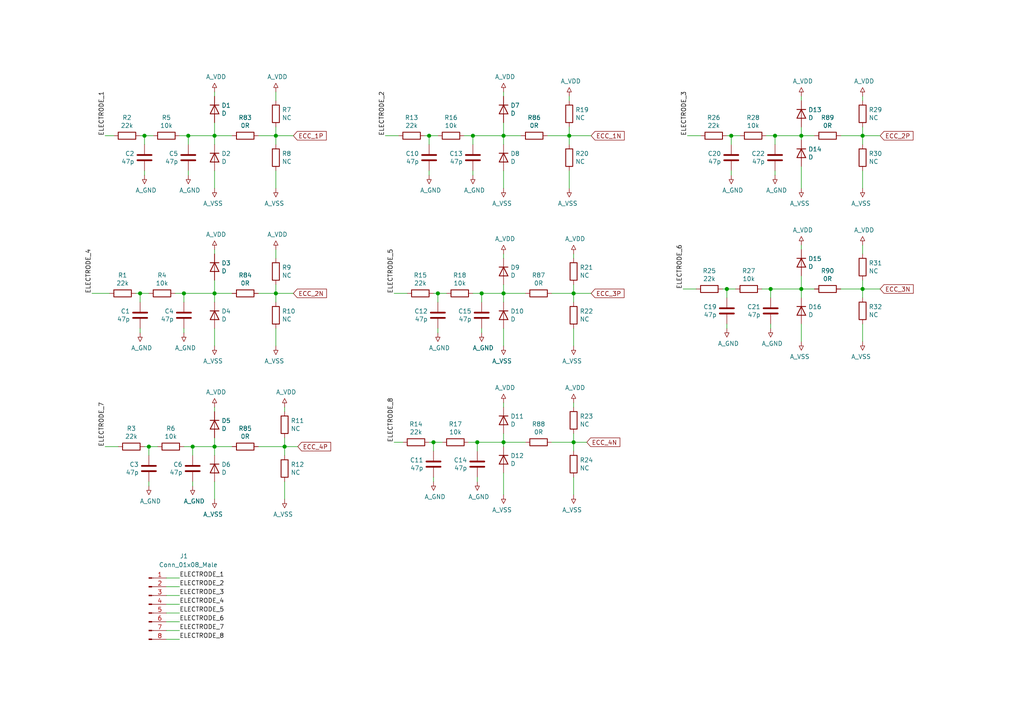
<source format=kicad_sch>
(kicad_sch (version 20210621) (generator eeschema)
  (paper "A4")
  (title_block (title "Input protection for body connected electrodes (part1)") (rev "1.0") (company "MIT License"))
  (lib_symbols
    (symbol "Connector:Conn_01x08_Male" (pin_names (offset 1.016) hide)
      (property "Reference" "J" (at 0 10.16 0))
      (property "Value" "Conn_01x08_Male" (at 0 -12.7 0))
      (symbol "Conn_01x08_Male_1_1"
        (rectangle (start 0.8636 -10.033) (end 0 -10.287) (stroke (width 0.1524)) (fill (type outline)))
        (rectangle (start 0.8636 -7.493) (end 0 -7.747) (stroke (width 0.1524)) (fill (type outline)))
        (rectangle (start 0.8636 -4.953) (end 0 -5.207) (stroke (width 0.1524)) (fill (type outline)))
        (rectangle (start 0.8636 -2.413) (end 0 -2.667) (stroke (width 0.1524)) (fill (type outline)))
        (rectangle (start 0.8636 0.127) (end 0 -0.127) (stroke (width 0.1524)) (fill (type outline)))
        (rectangle (start 0.8636 2.667) (end 0 2.413) (stroke (width 0.1524)) (fill (type outline)))
        (rectangle (start 0.8636 5.207) (end 0 4.953) (stroke (width 0.1524)) (fill (type outline)))
        (rectangle (start 0.8636 7.747) (end 0 7.493) (stroke (width 0.1524)) (fill (type outline)))
        (polyline (pts (xy 1.27 -10.16) (xy 0.8636 -10.16)) (stroke (width 0.1524)))
        (polyline (pts (xy 1.27 -7.62) (xy 0.8636 -7.62)) (stroke (width 0.1524)))
        (polyline (pts (xy 1.27 -5.08) (xy 0.8636 -5.08)) (stroke (width 0.1524)))
        (polyline (pts (xy 1.27 -2.54) (xy 0.8636 -2.54)) (stroke (width 0.1524)))
        (polyline (pts (xy 1.27 0) (xy 0.8636 0)) (stroke (width 0.1524)))
        (polyline (pts (xy 1.27 2.54) (xy 0.8636 2.54)) (stroke (width 0.1524)))
        (polyline (pts (xy 1.27 5.08) (xy 0.8636 5.08)) (stroke (width 0.1524)))
        (polyline (pts (xy 1.27 7.62) (xy 0.8636 7.62)) (stroke (width 0.1524)))
        (pin passive line (at 5.08 7.62 180) (length 3.81) (name "Pin_1") (number "1"))
        (pin passive line (at 5.08 5.08 180) (length 3.81) (name "Pin_2") (number "2"))
        (pin passive line (at 5.08 2.54 180) (length 3.81) (name "Pin_3") (number "3"))
        (pin passive line (at 5.08 0 180) (length 3.81) (name "Pin_4") (number "4"))
        (pin passive line (at 5.08 -2.54 180) (length 3.81) (name "Pin_5") (number "5"))
        (pin passive line (at 5.08 -5.08 180) (length 3.81) (name "Pin_6") (number "6"))
        (pin passive line (at 5.08 -7.62 180) (length 3.81) (name "Pin_7") (number "7"))
        (pin passive line (at 5.08 -10.16 180) (length 3.81) (name "Pin_8") (number "8"))
      )
    )
    (symbol "Device:C" (pin_numbers hide) (pin_names (offset 0.254))
      (property "Reference" "C" (at 0.635 2.54 0))
      (property "Value" "C" (at 0.635 -2.54 0))
      (symbol "C_0_1"
        (polyline (pts (xy -2.032 -0.762) (xy 2.032 -0.762)) (stroke (width 0.508)))
        (polyline (pts (xy -2.032 0.762) (xy 2.032 0.762)) (stroke (width 0.508)))
      )
      (symbol "C_1_1"
        (pin passive line (at 0 3.81 270) (length 2.794) (name "~") (number "1"))
        (pin passive line (at 0 -3.81 90) (length 2.794) (name "~") (number "2"))
      )
    )
    (symbol "Device:D" (pin_numbers hide) (pin_names (offset 1.016) hide)
      (property "Reference" "D" (at 0 2.54 0))
      (property "Value" "D" (at 0 -2.54 0))
      (symbol "D_0_1"
        (polyline (pts (xy -1.27 1.27) (xy -1.27 -1.27)) (stroke (width 0.254)))
        (polyline (pts (xy 1.27 0) (xy -1.27 0)))
        (polyline (pts (xy 1.27 1.27) (xy 1.27 -1.27) (xy -1.27 0) (xy 1.27 1.27)) (stroke (width 0.254)))
      )
      (symbol "D_1_1"
        (pin passive line (at -3.81 0 0) (length 2.54) (name "K") (number "1"))
        (pin passive line (at 3.81 0 180) (length 2.54) (name "A") (number "2"))
      )
    )
    (symbol "Device:R" (pin_numbers hide) (pin_names (offset 0))
      (property "Reference" "R" (at 2.032 0 90))
      (property "Value" "R" (at 0 0 90))
      (symbol "R_0_1"
        (rectangle (start -1.016 -2.54) (end 1.016 2.54) (stroke (width 0.254)))
      )
      (symbol "R_1_1"
        (pin passive line (at 0 3.81 270) (length 1.27) (name "~") (number "1"))
        (pin passive line (at 0 -3.81 90) (length 1.27) (name "~") (number "2"))
      )
    )
    (symbol "Electroencephalograph:A_GND" (pin_names (offset 0))
      (property "Value" "A_GND" (at 0 -3.81 0))
      (symbol "A_GND_1_1"
        (polyline (pts (xy 0 0) (xy 0 -1.27)))
        (polyline (pts (xy 0 -1.27) (xy -0.635 -1.27) (xy 0 -2.54) (xy 0.635 -1.27) (xy 0 -1.27)))
        (pin power_in line (at 0 0 270) (length 0) hide (name "A_GND") (number "1"))
      )
    )
    (symbol "Electroencephalograph:A_VDD" (pin_names (offset 0))
      (property "Value" "A_VDD" (at 0 3.81 0))
      (symbol "A_VDD_0_1"
        (polyline (pts (xy 0 1.27) (xy 0.635 1.27) (xy 0 2.54) (xy -0.635 1.27) (xy 0 1.27)))
      )
      (symbol "A_VDD_1_1"
        (polyline (pts (xy 0 0) (xy 0 1.27)))
        (pin power_in line (at 0 0 90) (length 0) hide (name "A_VDD") (number "1"))
      )
    )
    (symbol "Electroencephalograph:A_VSS" (pin_names (offset 0))
      (property "Value" "A_VSS" (at 0 3.175 0))
      (symbol "A_VSS_1_1"
        (polyline (pts (xy 0 0) (xy 0 1.27)))
        (polyline (pts (xy 0 1.27) (xy 0.635 1.27) (xy 0 2.54) (xy -0.635 1.27) (xy 0 1.27)))
        (pin power_in line (at 0 0 90) (length 0) hide (name "A_VSS") (number "1"))
      )
    )
  )
  (junction (at 40.64 85.09) (diameter 1.016))
  (junction (at 41.91 39.37) (diameter 1.016))
  (junction (at 43.18 129.54) (diameter 1.016))
  (junction (at 53.34 85.09) (diameter 1.016))
  (junction (at 54.61 39.37) (diameter 1.016))
  (junction (at 55.88 129.54) (diameter 1.016))
  (junction (at 62.23 39.37) (diameter 1.016))
  (junction (at 62.23 85.09) (diameter 1.016))
  (junction (at 62.23 129.54) (diameter 1.016))
  (junction (at 80.01 39.37) (diameter 1.016))
  (junction (at 80.01 85.09) (diameter 1.016))
  (junction (at 82.55 129.54) (diameter 1.016))
  (junction (at 124.46 39.37) (diameter 1.016))
  (junction (at 125.73 128.27) (diameter 1.016))
  (junction (at 127 85.09) (diameter 1.016))
  (junction (at 137.16 39.37) (diameter 1.016))
  (junction (at 138.43 128.27) (diameter 1.016))
  (junction (at 139.7 85.09) (diameter 1.016))
  (junction (at 146.05 39.37) (diameter 1.016))
  (junction (at 146.05 85.09) (diameter 1.016))
  (junction (at 146.05 128.27) (diameter 1.016))
  (junction (at 165.1 39.37) (diameter 1.016))
  (junction (at 166.37 85.09) (diameter 1.016))
  (junction (at 166.37 128.27) (diameter 1.016))
  (junction (at 210.82 83.82) (diameter 1.016))
  (junction (at 212.09 39.37) (diameter 1.016))
  (junction (at 223.52 83.82) (diameter 1.016))
  (junction (at 224.79 39.37) (diameter 1.016))
  (junction (at 232.41 39.37) (diameter 1.016))
  (junction (at 232.41 83.82) (diameter 1.016))
  (junction (at 250.19 39.37) (diameter 1.016))
  (junction (at 250.19 83.82) (diameter 1.016))
  (wire (pts (xy 31.75 85.09) (xy 26.67 85.09)))
  (wire (pts (xy 33.02 39.37) (xy 30.48 39.37)))
  (wire (pts (xy 34.29 129.54) (xy 30.48 129.54)))
  (wire (pts (xy 39.37 85.09) (xy 40.64 85.09)))
  (wire (pts (xy 40.64 39.37) (xy 41.91 39.37)))
  (wire (pts (xy 40.64 85.09) (xy 43.18 85.09)))
  (wire (pts (xy 40.64 87.63) (xy 40.64 85.09)))
  (wire (pts (xy 40.64 96.52) (xy 40.64 95.25)))
  (wire (pts (xy 41.91 39.37) (xy 44.45 39.37)))
  (wire (pts (xy 41.91 41.91) (xy 41.91 39.37)))
  (wire (pts (xy 41.91 50.8) (xy 41.91 49.53)))
  (wire (pts (xy 41.91 129.54) (xy 43.18 129.54)))
  (wire (pts (xy 43.18 129.54) (xy 45.72 129.54)))
  (wire (pts (xy 43.18 132.08) (xy 43.18 129.54)))
  (wire (pts (xy 43.18 140.97) (xy 43.18 139.7)))
  (wire (pts (xy 48.26 167.64) (xy 52.07 167.64)))
  (wire (pts (xy 48.26 170.18) (xy 52.07 170.18)))
  (wire (pts (xy 48.26 172.72) (xy 52.07 172.72)))
  (wire (pts (xy 48.26 175.26) (xy 52.07 175.26)))
  (wire (pts (xy 48.26 177.8) (xy 52.07 177.8)))
  (wire (pts (xy 48.26 180.34) (xy 52.07 180.34)))
  (wire (pts (xy 48.26 182.88) (xy 52.07 182.88)))
  (wire (pts (xy 48.26 185.42) (xy 52.07 185.42)))
  (wire (pts (xy 50.8 85.09) (xy 53.34 85.09)))
  (wire (pts (xy 52.07 39.37) (xy 54.61 39.37)))
  (wire (pts (xy 53.34 85.09) (xy 62.23 85.09)))
  (wire (pts (xy 53.34 87.63) (xy 53.34 85.09)))
  (wire (pts (xy 53.34 96.52) (xy 53.34 95.25)))
  (wire (pts (xy 53.34 129.54) (xy 55.88 129.54)))
  (wire (pts (xy 54.61 39.37) (xy 62.23 39.37)))
  (wire (pts (xy 54.61 41.91) (xy 54.61 39.37)))
  (wire (pts (xy 54.61 50.8) (xy 54.61 49.53)))
  (wire (pts (xy 55.88 129.54) (xy 62.23 129.54)))
  (wire (pts (xy 55.88 132.08) (xy 55.88 129.54)))
  (wire (pts (xy 55.88 140.97) (xy 55.88 139.7)))
  (wire (pts (xy 62.23 27.94) (xy 62.23 26.67)))
  (wire (pts (xy 62.23 39.37) (xy 62.23 35.56)))
  (wire (pts (xy 62.23 39.37) (xy 67.31 39.37)))
  (wire (pts (xy 62.23 41.91) (xy 62.23 39.37)))
  (wire (pts (xy 62.23 49.53) (xy 62.23 54.61)))
  (wire (pts (xy 62.23 73.66) (xy 62.23 72.39)))
  (wire (pts (xy 62.23 81.28) (xy 62.23 85.09)))
  (wire (pts (xy 62.23 85.09) (xy 67.31 85.09)))
  (wire (pts (xy 62.23 87.63) (xy 62.23 85.09)))
  (wire (pts (xy 62.23 100.33) (xy 62.23 95.25)))
  (wire (pts (xy 62.23 119.38) (xy 62.23 118.11)))
  (wire (pts (xy 62.23 129.54) (xy 62.23 127)))
  (wire (pts (xy 62.23 129.54) (xy 67.31 129.54)))
  (wire (pts (xy 62.23 132.08) (xy 62.23 129.54)))
  (wire (pts (xy 62.23 144.78) (xy 62.23 139.7)))
  (wire (pts (xy 74.93 39.37) (xy 80.01 39.37)))
  (wire (pts (xy 74.93 85.09) (xy 80.01 85.09)))
  (wire (pts (xy 74.93 129.54) (xy 82.55 129.54)))
  (wire (pts (xy 80.01 29.21) (xy 80.01 26.67)))
  (wire (pts (xy 80.01 39.37) (xy 80.01 36.83)))
  (wire (pts (xy 80.01 39.37) (xy 80.01 41.91)))
  (wire (pts (xy 80.01 39.37) (xy 85.09 39.37)))
  (wire (pts (xy 80.01 49.53) (xy 80.01 54.61)))
  (wire (pts (xy 80.01 72.39) (xy 80.01 74.93)))
  (wire (pts (xy 80.01 85.09) (xy 80.01 82.55)))
  (wire (pts (xy 80.01 85.09) (xy 80.01 87.63)))
  (wire (pts (xy 80.01 95.25) (xy 80.01 100.33)))
  (wire (pts (xy 82.55 118.11) (xy 82.55 119.38)))
  (wire (pts (xy 82.55 129.54) (xy 82.55 127)))
  (wire (pts (xy 82.55 129.54) (xy 82.55 132.08)))
  (wire (pts (xy 82.55 129.54) (xy 86.36 129.54)))
  (wire (pts (xy 82.55 139.7) (xy 82.55 144.78)))
  (wire (pts (xy 85.09 85.09) (xy 80.01 85.09)))
  (wire (pts (xy 115.57 39.37) (xy 111.76 39.37)))
  (wire (pts (xy 116.84 128.27) (xy 114.3 128.27)))
  (wire (pts (xy 118.11 85.09) (xy 114.3 85.09)))
  (wire (pts (xy 123.19 39.37) (xy 124.46 39.37)))
  (wire (pts (xy 124.46 39.37) (xy 127 39.37)))
  (wire (pts (xy 124.46 41.91) (xy 124.46 39.37)))
  (wire (pts (xy 124.46 50.8) (xy 124.46 49.53)))
  (wire (pts (xy 124.46 128.27) (xy 125.73 128.27)))
  (wire (pts (xy 125.73 85.09) (xy 127 85.09)))
  (wire (pts (xy 125.73 128.27) (xy 128.27 128.27)))
  (wire (pts (xy 125.73 130.81) (xy 125.73 128.27)))
  (wire (pts (xy 125.73 139.7) (xy 125.73 138.43)))
  (wire (pts (xy 127 85.09) (xy 129.54 85.09)))
  (wire (pts (xy 127 87.63) (xy 127 85.09)))
  (wire (pts (xy 127 96.52) (xy 127 95.25)))
  (wire (pts (xy 134.62 39.37) (xy 137.16 39.37)))
  (wire (pts (xy 135.89 128.27) (xy 138.43 128.27)))
  (wire (pts (xy 137.16 39.37) (xy 146.05 39.37)))
  (wire (pts (xy 137.16 41.91) (xy 137.16 39.37)))
  (wire (pts (xy 137.16 50.8) (xy 137.16 49.53)))
  (wire (pts (xy 137.16 85.09) (xy 139.7 85.09)))
  (wire (pts (xy 138.43 128.27) (xy 146.05 128.27)))
  (wire (pts (xy 138.43 130.81) (xy 138.43 128.27)))
  (wire (pts (xy 138.43 139.7) (xy 138.43 138.43)))
  (wire (pts (xy 139.7 85.09) (xy 146.05 85.09)))
  (wire (pts (xy 139.7 87.63) (xy 139.7 85.09)))
  (wire (pts (xy 139.7 96.52) (xy 139.7 95.25)))
  (wire (pts (xy 146.05 27.94) (xy 146.05 26.67)))
  (wire (pts (xy 146.05 35.56) (xy 146.05 39.37)))
  (wire (pts (xy 146.05 39.37) (xy 151.13 39.37)))
  (wire (pts (xy 146.05 41.91) (xy 146.05 39.37)))
  (wire (pts (xy 146.05 54.61) (xy 146.05 49.53)))
  (wire (pts (xy 146.05 74.93) (xy 146.05 73.66)))
  (wire (pts (xy 146.05 85.09) (xy 146.05 82.55)))
  (wire (pts (xy 146.05 85.09) (xy 152.4 85.09)))
  (wire (pts (xy 146.05 87.63) (xy 146.05 85.09)))
  (wire (pts (xy 146.05 100.33) (xy 146.05 95.25)))
  (wire (pts (xy 146.05 118.11) (xy 146.05 116.84)))
  (wire (pts (xy 146.05 128.27) (xy 146.05 125.73)))
  (wire (pts (xy 146.05 128.27) (xy 152.4 128.27)))
  (wire (pts (xy 146.05 129.54) (xy 146.05 128.27)))
  (wire (pts (xy 146.05 143.51) (xy 146.05 137.16)))
  (wire (pts (xy 158.75 39.37) (xy 165.1 39.37)))
  (wire (pts (xy 160.02 85.09) (xy 166.37 85.09)))
  (wire (pts (xy 160.02 128.27) (xy 166.37 128.27)))
  (wire (pts (xy 165.1 27.94) (xy 165.1 29.21)))
  (wire (pts (xy 165.1 39.37) (xy 165.1 36.83)))
  (wire (pts (xy 165.1 39.37) (xy 165.1 41.91)))
  (wire (pts (xy 165.1 39.37) (xy 171.45 39.37)))
  (wire (pts (xy 165.1 49.53) (xy 165.1 54.61)))
  (wire (pts (xy 166.37 73.66) (xy 166.37 74.93)))
  (wire (pts (xy 166.37 85.09) (xy 166.37 82.55)))
  (wire (pts (xy 166.37 85.09) (xy 166.37 87.63)))
  (wire (pts (xy 166.37 85.09) (xy 171.45 85.09)))
  (wire (pts (xy 166.37 95.25) (xy 166.37 100.33)))
  (wire (pts (xy 166.37 116.84) (xy 166.37 118.11)))
  (wire (pts (xy 166.37 128.27) (xy 166.37 125.73)))
  (wire (pts (xy 166.37 128.27) (xy 166.37 130.81)))
  (wire (pts (xy 166.37 128.27) (xy 170.18 128.27)))
  (wire (pts (xy 166.37 138.43) (xy 166.37 143.51)))
  (wire (pts (xy 201.93 83.82) (xy 198.12 83.82)))
  (wire (pts (xy 203.2 39.37) (xy 199.39 39.37)))
  (wire (pts (xy 209.55 83.82) (xy 210.82 83.82)))
  (wire (pts (xy 210.82 39.37) (xy 212.09 39.37)))
  (wire (pts (xy 210.82 83.82) (xy 213.36 83.82)))
  (wire (pts (xy 210.82 86.36) (xy 210.82 83.82)))
  (wire (pts (xy 210.82 95.25) (xy 210.82 93.98)))
  (wire (pts (xy 212.09 39.37) (xy 214.63 39.37)))
  (wire (pts (xy 212.09 41.91) (xy 212.09 39.37)))
  (wire (pts (xy 212.09 50.8) (xy 212.09 49.53)))
  (wire (pts (xy 220.98 83.82) (xy 223.52 83.82)))
  (wire (pts (xy 222.25 39.37) (xy 224.79 39.37)))
  (wire (pts (xy 223.52 83.82) (xy 232.41 83.82)))
  (wire (pts (xy 223.52 86.36) (xy 223.52 83.82)))
  (wire (pts (xy 223.52 95.25) (xy 223.52 93.98)))
  (wire (pts (xy 224.79 39.37) (xy 232.41 39.37)))
  (wire (pts (xy 224.79 41.91) (xy 224.79 39.37)))
  (wire (pts (xy 224.79 50.8) (xy 224.79 49.53)))
  (wire (pts (xy 232.41 29.21) (xy 232.41 27.94)))
  (wire (pts (xy 232.41 36.83) (xy 232.41 39.37)))
  (wire (pts (xy 232.41 39.37) (xy 236.22 39.37)))
  (wire (pts (xy 232.41 40.64) (xy 232.41 39.37)))
  (wire (pts (xy 232.41 54.61) (xy 232.41 48.26)))
  (wire (pts (xy 232.41 72.39) (xy 232.41 71.12)))
  (wire (pts (xy 232.41 80.01) (xy 232.41 83.82)))
  (wire (pts (xy 232.41 83.82) (xy 236.22 83.82)))
  (wire (pts (xy 232.41 86.36) (xy 232.41 83.82)))
  (wire (pts (xy 232.41 99.06) (xy 232.41 93.98)))
  (wire (pts (xy 243.84 39.37) (xy 250.19 39.37)))
  (wire (pts (xy 243.84 83.82) (xy 250.19 83.82)))
  (wire (pts (xy 250.19 27.94) (xy 250.19 29.21)))
  (wire (pts (xy 250.19 39.37) (xy 250.19 36.83)))
  (wire (pts (xy 250.19 39.37) (xy 250.19 41.91)))
  (wire (pts (xy 250.19 39.37) (xy 255.27 39.37)))
  (wire (pts (xy 250.19 49.53) (xy 250.19 54.61)))
  (wire (pts (xy 250.19 71.12) (xy 250.19 73.66)))
  (wire (pts (xy 250.19 83.82) (xy 250.19 81.28)))
  (wire (pts (xy 250.19 83.82) (xy 250.19 86.36)))
  (wire (pts (xy 250.19 83.82) (xy 255.27 83.82)))
  (wire (pts (xy 250.19 93.98) (xy 250.19 99.06)))
  (label "ELECTRODE_4" (at 26.67 85.09 90))
  (label "ELECTRODE_1" (at 30.48 39.37 90))
  (label "ELECTRODE_7" (at 30.48 129.54 90))
  (label "ELECTRODE_1" (at 52.07 167.64 0))
  (label "ELECTRODE_2" (at 52.07 170.18 0))
  (label "ELECTRODE_3" (at 52.07 172.72 0))
  (label "ELECTRODE_4" (at 52.07 175.26 0))
  (label "ELECTRODE_5" (at 52.07 177.8 0))
  (label "ELECTRODE_6" (at 52.07 180.34 0))
  (label "ELECTRODE_7" (at 52.07 182.88 0))
  (label "ELECTRODE_8" (at 52.07 185.42 0))
  (label "ELECTRODE_2" (at 111.76 39.37 90))
  (label "ELECTRODE_5" (at 114.3 85.09 90))
  (label "ELECTRODE_8" (at 114.3 128.27 90))
  (label "ELECTRODE_6" (at 198.12 83.82 90))
  (label "ELECTRODE_3" (at 199.39 39.37 90))
  (global_label "ECC_1P" (shape input) (at 85.09 39.37 0) (property "Intersheet References" "${INTERSHEET_REFS}" (effects hide)))
  (global_label "ECC_2N" (shape input) (at 85.09 85.09 0) (property "Intersheet References" "${INTERSHEET_REFS}" (effects hide)))
  (global_label "ECC_4P" (shape input) (at 86.36 129.54 0) (property "Intersheet References" "${INTERSHEET_REFS}" (effects hide)))
  (global_label "ECC_4N" (shape input) (at 170.18 128.27 0) (property "Intersheet References" "${INTERSHEET_REFS}" (effects hide)))
  (global_label "ECC_1N" (shape input) (at 171.45 39.37 0) (property "Intersheet References" "${INTERSHEET_REFS}" (effects hide)))
  (global_label "ECC_3P" (shape input) (at 171.45 85.09 0) (property "Intersheet References" "${INTERSHEET_REFS}" (effects hide)))
  (global_label "ECC_2P" (shape input) (at 255.27 39.37 0) (property "Intersheet References" "${INTERSHEET_REFS}" (effects hide)))
  (global_label "ECC_3N" (shape input) (at 255.27 83.82 0) (property "Intersheet References" "${INTERSHEET_REFS}" (effects hide)))
  (symbol (lib_id "Electroencephalograph:A_GND") (at 40.64 96.52 0)
    (property "Reference" "#PWR1" (effects hide))
    (property "Value" "A_GND" (at 41.0718 100.9142 0))
  )
  (symbol (lib_id "Electroencephalograph:A_GND") (at 41.91 50.8 0)
    (property "Reference" "#PWR2" (effects hide))
    (property "Value" "A_GND" (at 42.3418 55.1942 0))
  )
  (symbol (lib_id "Electroencephalograph:A_GND") (at 43.18 140.97 0)
    (property "Reference" "#PWR3" (effects hide))
    (property "Value" "A_GND" (at 43.6118 145.3642 0))
  )
  (symbol (lib_id "Electroencephalograph:A_GND") (at 53.34 96.52 0)
    (property "Reference" "#PWR4" (effects hide))
    (property "Value" "A_GND" (at 53.7718 100.9142 0))
  )
  (symbol (lib_id "Electroencephalograph:A_GND") (at 54.61 50.8 0)
    (property "Reference" "#PWR5" (effects hide))
    (property "Value" "A_GND" (at 55.0418 55.1942 0))
  )
  (symbol (lib_id "Electroencephalograph:A_GND") (at 55.88 140.97 0)
    (property "Reference" "#PWR6" (effects hide))
    (property "Value" "A_GND" (at 56.3118 145.3642 0))
  )
  (symbol (lib_id "Electroencephalograph:A_VDD") (at 62.23 26.67 0)
    (property "Reference" "#PWR7" (effects hide))
    (property "Value" "A_VDD" (at 62.6618 22.2758 0))
  )
  (symbol (lib_id "Electroencephalograph:A_VSS") (at 62.23 54.61 180)
    (property "Reference" "#PWR8" (effects hide))
    (property "Value" "A_VSS" (at 61.7728 59.0042 0))
  )
  (symbol (lib_id "Electroencephalograph:A_VDD") (at 62.23 72.39 0)
    (property "Reference" "#PWR9" (effects hide))
    (property "Value" "A_VDD" (at 62.6618 67.9958 0))
  )
  (symbol (lib_id "Electroencephalograph:A_VSS") (at 62.23 100.33 180)
    (property "Reference" "#PWR10" (effects hide))
    (property "Value" "A_VSS" (at 61.7728 104.7242 0))
  )
  (symbol (lib_id "Electroencephalograph:A_VDD") (at 62.23 118.11 0)
    (property "Reference" "#PWR11" (effects hide))
    (property "Value" "A_VDD" (at 62.6618 113.7158 0))
  )
  (symbol (lib_id "Electroencephalograph:A_VSS") (at 62.23 144.78 180)
    (property "Reference" "#PWR12" (effects hide))
    (property "Value" "A_VSS" (at 61.7728 149.1742 0))
  )
  (symbol (lib_id "Electroencephalograph:A_VDD") (at 80.01 26.67 0)
    (property "Reference" "#PWR13" (effects hide))
    (property "Value" "A_VDD" (at 80.4418 22.2758 0))
  )
  (symbol (lib_id "Electroencephalograph:A_VSS") (at 80.01 54.61 180)
    (property "Reference" "#PWR14" (effects hide))
    (property "Value" "A_VSS" (at 79.5528 59.0042 0))
  )
  (symbol (lib_id "Electroencephalograph:A_VDD") (at 80.01 72.39 0)
    (property "Reference" "#PWR15" (effects hide))
    (property "Value" "A_VDD" (at 80.4418 67.9958 0))
  )
  (symbol (lib_id "Electroencephalograph:A_VSS") (at 80.01 100.33 180)
    (property "Reference" "#PWR16" (effects hide))
    (property "Value" "A_VSS" (at 79.5528 104.7242 0))
  )
  (symbol (lib_id "Electroencephalograph:A_VDD") (at 82.55 118.11 0)
    (property "Reference" "#PWR17" (effects hide))
    (property "Value" "A_VDD" (at 82.9818 113.7158 0))
  )
  (symbol (lib_id "Electroencephalograph:A_VSS") (at 82.55 144.78 180)
    (property "Reference" "#PWR18" (effects hide))
    (property "Value" "A_VSS" (at 82.0928 149.1742 0))
  )
  (symbol (lib_id "Electroencephalograph:A_GND") (at 124.46 50.8 0)
    (property "Reference" "#PWR19" (effects hide))
    (property "Value" "A_GND" (at 124.8918 55.1942 0))
  )
  (symbol (lib_id "Electroencephalograph:A_GND") (at 125.73 139.7 0)
    (property "Reference" "#PWR20" (effects hide))
    (property "Value" "A_GND" (at 126.1618 144.0942 0))
  )
  (symbol (lib_id "Electroencephalograph:A_GND") (at 127 96.52 0)
    (property "Reference" "#PWR21" (effects hide))
    (property "Value" "A_GND" (at 127.4318 100.9142 0))
  )
  (symbol (lib_id "Electroencephalograph:A_GND") (at 137.16 50.8 0)
    (property "Reference" "#PWR22" (effects hide))
    (property "Value" "A_GND" (at 137.5918 55.1942 0))
  )
  (symbol (lib_id "Electroencephalograph:A_GND") (at 138.43 139.7 0)
    (property "Reference" "#PWR23" (effects hide))
    (property "Value" "A_GND" (at 138.8618 144.0942 0))
  )
  (symbol (lib_id "Electroencephalograph:A_GND") (at 139.7 96.52 0)
    (property "Reference" "#PWR24" (effects hide))
    (property "Value" "A_GND" (at 140.1318 100.9142 0))
  )
  (symbol (lib_id "Electroencephalograph:A_VDD") (at 146.05 26.67 0)
    (property "Reference" "#PWR25" (effects hide))
    (property "Value" "A_VDD" (at 146.4818 22.2758 0))
  )
  (symbol (lib_id "Electroencephalograph:A_VSS") (at 146.05 54.61 180)
    (property "Reference" "#PWR26" (effects hide))
    (property "Value" "A_VSS" (at 145.5928 59.0042 0))
  )
  (symbol (lib_id "Electroencephalograph:A_VDD") (at 146.05 73.66 0)
    (property "Reference" "#PWR27" (effects hide))
    (property "Value" "A_VDD" (at 146.4818 69.2658 0))
  )
  (symbol (lib_id "Electroencephalograph:A_VSS") (at 146.05 100.33 180)
    (property "Reference" "#PWR28" (effects hide))
    (property "Value" "A_VSS" (at 145.5928 104.7242 0))
  )
  (symbol (lib_id "Electroencephalograph:A_VDD") (at 146.05 116.84 0)
    (property "Reference" "#PWR29" (effects hide))
    (property "Value" "A_VDD" (at 146.4818 112.4458 0))
  )
  (symbol (lib_id "Electroencephalograph:A_VSS") (at 146.05 143.51 180)
    (property "Reference" "#PWR30" (effects hide))
    (property "Value" "A_VSS" (at 145.5928 147.9042 0))
  )
  (symbol (lib_id "Electroencephalograph:A_VDD") (at 165.1 27.94 0)
    (property "Reference" "#PWR31" (effects hide))
    (property "Value" "A_VDD" (at 165.5318 23.5458 0))
  )
  (symbol (lib_id "Electroencephalograph:A_VSS") (at 165.1 54.61 180)
    (property "Reference" "#PWR32" (effects hide))
    (property "Value" "A_VSS" (at 164.6428 59.0042 0))
  )
  (symbol (lib_id "Electroencephalograph:A_VDD") (at 166.37 73.66 0)
    (property "Reference" "#PWR33" (effects hide))
    (property "Value" "A_VDD" (at 166.8018 69.2658 0))
  )
  (symbol (lib_id "Electroencephalograph:A_VSS") (at 166.37 100.33 180)
    (property "Reference" "#PWR34" (effects hide))
    (property "Value" "A_VSS" (at 165.9128 104.7242 0))
  )
  (symbol (lib_id "Electroencephalograph:A_VDD") (at 166.37 116.84 0)
    (property "Reference" "#PWR35" (effects hide))
    (property "Value" "A_VDD" (at 166.8018 112.4458 0))
  )
  (symbol (lib_id "Electroencephalograph:A_VSS") (at 166.37 143.51 180)
    (property "Reference" "#PWR36" (effects hide))
    (property "Value" "A_VSS" (at 165.9128 147.9042 0))
  )
  (symbol (lib_id "Electroencephalograph:A_GND") (at 210.82 95.25 0)
    (property "Reference" "#PWR37" (effects hide))
    (property "Value" "A_GND" (at 211.2518 99.6442 0))
  )
  (symbol (lib_id "Electroencephalograph:A_GND") (at 212.09 50.8 0)
    (property "Reference" "#PWR38" (effects hide))
    (property "Value" "A_GND" (at 212.5218 55.1942 0))
  )
  (symbol (lib_id "Electroencephalograph:A_GND") (at 223.52 95.25 0)
    (property "Reference" "#PWR39" (effects hide))
    (property "Value" "A_GND" (at 223.9518 99.6442 0))
  )
  (symbol (lib_id "Electroencephalograph:A_GND") (at 224.79 50.8 0)
    (property "Reference" "#PWR40" (effects hide))
    (property "Value" "A_GND" (at 225.2218 55.1942 0))
  )
  (symbol (lib_id "Electroencephalograph:A_VDD") (at 232.41 27.94 0)
    (property "Reference" "#PWR41" (effects hide))
    (property "Value" "A_VDD" (at 232.8418 23.5458 0))
  )
  (symbol (lib_id "Electroencephalograph:A_VSS") (at 232.41 54.61 180)
    (property "Reference" "#PWR42" (effects hide))
    (property "Value" "A_VSS" (at 231.9528 59.0042 0))
  )
  (symbol (lib_id "Electroencephalograph:A_VDD") (at 232.41 71.12 0)
    (property "Reference" "#PWR43" (effects hide))
    (property "Value" "A_VDD" (at 232.8418 66.7258 0))
  )
  (symbol (lib_id "Electroencephalograph:A_VSS") (at 232.41 99.06 180)
    (property "Reference" "#PWR44" (effects hide))
    (property "Value" "A_VSS" (at 231.9528 103.4542 0))
  )
  (symbol (lib_id "Electroencephalograph:A_VDD") (at 250.19 27.94 0)
    (property "Reference" "#PWR45" (effects hide))
    (property "Value" "A_VDD" (at 250.6218 23.5458 0))
  )
  (symbol (lib_id "Electroencephalograph:A_VSS") (at 250.19 54.61 180)
    (property "Reference" "#PWR46" (effects hide))
    (property "Value" "A_VSS" (at 249.7328 59.0042 0))
  )
  (symbol (lib_id "Electroencephalograph:A_VDD") (at 250.19 71.12 0)
    (property "Reference" "#PWR47" (effects hide))
    (property "Value" "A_VDD" (at 250.6218 66.7258 0))
  )
  (symbol (lib_id "Electroencephalograph:A_VSS") (at 250.19 99.06 180)
    (property "Reference" "#PWR48" (effects hide))
    (property "Value" "A_VSS" (at 249.7328 103.4542 0))
  )
  (symbol (lib_id "Device:R") (at 35.56 85.09 270)
    (property "Reference" "R1" (at 35.56 79.8322 90))
    (property "Value" "22k" (at 35.56 82.1436 90))
    (property "Footprint" "Resistor_SMD:R_MELF_MMB-0207" (effects hide))
  )
  (symbol (lib_id "Device:R") (at 36.83 39.37 270)
    (property "Reference" "R2" (at 36.83 34.1122 90))
    (property "Value" "22k" (at 36.83 36.4236 90))
    (property "Footprint" "Resistor_SMD:R_MELF_MMB-0207" (effects hide))
  )
  (symbol (lib_id "Device:R") (at 38.1 129.54 270)
    (property "Reference" "R3" (at 38.1 124.2822 90))
    (property "Value" "22k" (at 38.1 126.5936 90))
    (property "Footprint" "Resistor_SMD:R_MELF_MMB-0207" (effects hide))
  )
  (symbol (lib_id "Device:R") (at 46.99 85.09 270)
    (property "Reference" "R4" (at 46.99 79.8322 90))
    (property "Value" "10k" (at 46.99 82.1436 90))
    (property "Footprint" "Resistor_SMD:R_MELF_MMB-0207" (effects hide))
  )
  (symbol (lib_id "Device:R") (at 48.26 39.37 270)
    (property "Reference" "R5" (at 48.26 34.1122 90))
    (property "Value" "10k" (at 48.26 36.4236 90))
    (property "Footprint" "Resistor_SMD:R_MELF_MMB-0207" (effects hide))
  )
  (symbol (lib_id "Device:R") (at 49.53 129.54 270)
    (property "Reference" "R6" (at 49.53 124.2822 90))
    (property "Value" "10k" (at 49.53 126.5936 90))
    (property "Footprint" "Resistor_SMD:R_MELF_MMB-0207" (effects hide))
  )
  (symbol (lib_id "Device:R") (at 71.12 39.37 270)
    (property "Reference" "R83" (at 71.12 34.1122 90))
    (property "Value" "0R" (at 71.12 36.4236 90))
    (property "Footprint" "Resistor_SMD:R_0402_1005Metric" (effects hide))
  )
  (symbol (lib_id "Device:R") (at 71.12 85.09 270)
    (property "Reference" "R84" (at 71.12 79.8322 90))
    (property "Value" "0R" (at 71.12 82.1436 90))
    (property "Footprint" "Resistor_SMD:R_0402_1005Metric" (effects hide))
  )
  (symbol (lib_id "Device:R") (at 71.12 129.54 270)
    (property "Reference" "R85" (at 71.12 124.2822 90))
    (property "Value" "0R" (at 71.12 126.5936 90))
    (property "Footprint" "Resistor_SMD:R_0402_1005Metric" (effects hide))
  )
  (symbol (lib_id "Device:R") (at 80.01 33.02 180)
    (property "Reference" "R7" (at 81.788 31.8516 0) (effects (justify right)))
    (property "Value" "NC" (at 81.788 34.163 0) (effects (justify right)))
    (property "Footprint" "Resistor_SMD:R_0402_1005Metric" (effects hide))
  )
  (symbol (lib_id "Device:R") (at 80.01 45.72 180)
    (property "Reference" "R8" (at 81.788 44.5516 0) (effects (justify right)))
    (property "Value" "NC" (at 81.788 46.863 0) (effects (justify right)))
    (property "Footprint" "Resistor_SMD:R_0402_1005Metric" (effects hide))
  )
  (symbol (lib_id "Device:R") (at 80.01 78.74 180)
    (property "Reference" "R9" (at 81.788 77.5716 0) (effects (justify right)))
    (property "Value" "NC" (at 81.788 79.883 0) (effects (justify right)))
    (property "Footprint" "Resistor_SMD:R_0402_1005Metric" (effects hide))
  )
  (symbol (lib_id "Device:R") (at 80.01 91.44 180)
    (property "Reference" "R10" (at 81.788 90.2716 0) (effects (justify right)))
    (property "Value" "NC" (at 81.788 92.583 0) (effects (justify right)))
    (property "Footprint" "Resistor_SMD:R_0402_1005Metric" (effects hide))
  )
  (symbol (lib_id "Device:R") (at 82.55 123.19 180)
    (property "Reference" "R11" (at 84.328 122.0216 0) (effects (justify right)))
    (property "Value" "NC" (at 84.328 124.333 0) (effects (justify right)))
    (property "Footprint" "Resistor_SMD:R_0402_1005Metric" (effects hide))
  )
  (symbol (lib_id "Device:R") (at 82.55 135.89 180)
    (property "Reference" "R12" (at 84.328 134.7216 0) (effects (justify right)))
    (property "Value" "NC" (at 84.328 137.033 0) (effects (justify right)))
    (property "Footprint" "Resistor_SMD:R_0402_1005Metric" (effects hide))
  )
  (symbol (lib_id "Device:R") (at 119.38 39.37 270)
    (property "Reference" "R13" (at 119.38 34.1122 90))
    (property "Value" "22k" (at 119.38 36.4236 90))
    (property "Footprint" "Resistor_SMD:R_MELF_MMB-0207" (effects hide))
  )
  (symbol (lib_id "Device:R") (at 120.65 128.27 270)
    (property "Reference" "R14" (at 120.65 123.0122 90))
    (property "Value" "22k" (at 120.65 125.3236 90))
    (property "Footprint" "Resistor_SMD:R_MELF_MMB-0207" (effects hide))
  )
  (symbol (lib_id "Device:R") (at 121.92 85.09 270)
    (property "Reference" "R15" (at 121.92 79.8322 90))
    (property "Value" "22k" (at 121.92 82.1436 90))
    (property "Footprint" "Resistor_SMD:R_MELF_MMB-0207" (effects hide))
  )
  (symbol (lib_id "Device:R") (at 130.81 39.37 270)
    (property "Reference" "R16" (at 130.81 34.1122 90))
    (property "Value" "10k" (at 130.81 36.4236 90))
    (property "Footprint" "Resistor_SMD:R_MELF_MMB-0207" (effects hide))
  )
  (symbol (lib_id "Device:R") (at 132.08 128.27 270)
    (property "Reference" "R17" (at 132.08 123.0122 90))
    (property "Value" "10k" (at 132.08 125.3236 90))
    (property "Footprint" "Resistor_SMD:R_MELF_MMB-0207" (effects hide))
  )
  (symbol (lib_id "Device:R") (at 133.35 85.09 270)
    (property "Reference" "R18" (at 133.35 79.8322 90))
    (property "Value" "10k" (at 133.35 82.1436 90))
    (property "Footprint" "Resistor_SMD:R_MELF_MMB-0207" (effects hide))
  )
  (symbol (lib_id "Device:R") (at 154.94 39.37 270)
    (property "Reference" "R86" (at 154.94 34.1122 90))
    (property "Value" "0R" (at 154.94 36.4236 90))
    (property "Footprint" "Resistor_SMD:R_0402_1005Metric" (effects hide))
  )
  (symbol (lib_id "Device:R") (at 156.21 85.09 270)
    (property "Reference" "R87" (at 156.21 79.8322 90))
    (property "Value" "0R" (at 156.21 82.1436 90))
    (property "Footprint" "Resistor_SMD:R_0402_1005Metric" (effects hide))
  )
  (symbol (lib_id "Device:R") (at 156.21 128.27 270)
    (property "Reference" "R88" (at 156.21 123.0122 90))
    (property "Value" "0R" (at 156.21 125.3236 90))
    (property "Footprint" "Resistor_SMD:R_0402_1005Metric" (effects hide))
  )
  (symbol (lib_id "Device:R") (at 165.1 33.02 180)
    (property "Reference" "R19" (at 166.878 31.8516 0) (effects (justify right)))
    (property "Value" "NC" (at 166.878 34.163 0) (effects (justify right)))
    (property "Footprint" "Resistor_SMD:R_0402_1005Metric" (effects hide))
  )
  (symbol (lib_id "Device:R") (at 165.1 45.72 180)
    (property "Reference" "R20" (at 166.878 44.5516 0) (effects (justify right)))
    (property "Value" "NC" (at 166.878 46.863 0) (effects (justify right)))
    (property "Footprint" "Resistor_SMD:R_0402_1005Metric" (effects hide))
  )
  (symbol (lib_id "Device:R") (at 166.37 78.74 180)
    (property "Reference" "R21" (at 168.148 77.5716 0) (effects (justify right)))
    (property "Value" "NC" (at 168.148 79.883 0) (effects (justify right)))
    (property "Footprint" "Resistor_SMD:R_0402_1005Metric" (effects hide))
  )
  (symbol (lib_id "Device:R") (at 166.37 91.44 180)
    (property "Reference" "R22" (at 168.148 90.2716 0) (effects (justify right)))
    (property "Value" "NC" (at 168.148 92.583 0) (effects (justify right)))
    (property "Footprint" "Resistor_SMD:R_0402_1005Metric" (effects hide))
  )
  (symbol (lib_id "Device:R") (at 166.37 121.92 180)
    (property "Reference" "R23" (at 168.148 120.7516 0) (effects (justify right)))
    (property "Value" "NC" (at 168.148 123.063 0) (effects (justify right)))
    (property "Footprint" "Resistor_SMD:R_0402_1005Metric" (effects hide))
  )
  (symbol (lib_id "Device:R") (at 166.37 134.62 180)
    (property "Reference" "R24" (at 168.148 133.4516 0) (effects (justify right)))
    (property "Value" "NC" (at 168.148 135.763 0) (effects (justify right)))
    (property "Footprint" "Resistor_SMD:R_0402_1005Metric" (effects hide))
  )
  (symbol (lib_id "Device:R") (at 205.74 83.82 270)
    (property "Reference" "R25" (at 205.74 78.5622 90))
    (property "Value" "22k" (at 205.74 80.8736 90))
    (property "Footprint" "Resistor_SMD:R_MELF_MMB-0207" (effects hide))
  )
  (symbol (lib_id "Device:R") (at 207.01 39.37 270)
    (property "Reference" "R26" (at 207.01 34.1122 90))
    (property "Value" "22k" (at 207.01 36.4236 90))
    (property "Footprint" "Resistor_SMD:R_MELF_MMB-0207" (effects hide))
  )
  (symbol (lib_id "Device:R") (at 217.17 83.82 270)
    (property "Reference" "R27" (at 217.17 78.5622 90))
    (property "Value" "10k" (at 217.17 80.8736 90))
    (property "Footprint" "Resistor_SMD:R_MELF_MMB-0207" (effects hide))
  )
  (symbol (lib_id "Device:R") (at 218.44 39.37 270)
    (property "Reference" "R28" (at 218.44 34.1122 90))
    (property "Value" "10k" (at 218.44 36.4236 90))
    (property "Footprint" "Resistor_SMD:R_MELF_MMB-0207" (effects hide))
  )
  (symbol (lib_id "Device:R") (at 240.03 39.37 270)
    (property "Reference" "R89" (at 240.03 34.1122 90))
    (property "Value" "0R" (at 240.03 36.4236 90))
    (property "Footprint" "Resistor_SMD:R_0402_1005Metric" (effects hide))
  )
  (symbol (lib_id "Device:R") (at 240.03 83.82 270)
    (property "Reference" "R90" (at 240.03 78.5622 90))
    (property "Value" "0R" (at 240.03 80.8736 90))
    (property "Footprint" "Resistor_SMD:R_0402_1005Metric" (effects hide))
  )
  (symbol (lib_id "Device:R") (at 250.19 33.02 180)
    (property "Reference" "R29" (at 251.968 31.8516 0) (effects (justify right)))
    (property "Value" "NC" (at 251.968 34.163 0) (effects (justify right)))
    (property "Footprint" "Resistor_SMD:R_0402_1005Metric" (effects hide))
  )
  (symbol (lib_id "Device:R") (at 250.19 45.72 180)
    (property "Reference" "R30" (at 251.968 44.5516 0) (effects (justify right)))
    (property "Value" "NC" (at 251.968 46.863 0) (effects (justify right)))
    (property "Footprint" "Resistor_SMD:R_0402_1005Metric" (effects hide))
  )
  (symbol (lib_id "Device:R") (at 250.19 77.47 180)
    (property "Reference" "R31" (at 251.968 76.3016 0) (effects (justify right)))
    (property "Value" "NC" (at 251.968 78.613 0) (effects (justify right)))
    (property "Footprint" "Resistor_SMD:R_0402_1005Metric" (effects hide))
  )
  (symbol (lib_id "Device:R") (at 250.19 90.17 180)
    (property "Reference" "R32" (at 251.968 89.0016 0) (effects (justify right)))
    (property "Value" "NC" (at 251.968 91.313 0) (effects (justify right)))
    (property "Footprint" "Resistor_SMD:R_0402_1005Metric" (effects hide))
  )
  (symbol (lib_id "Device:D") (at 62.23 31.75 270) (unit 1)
    (property "Reference" "D1" (at 64.2366 30.5816 90) (effects (justify left)))
    (property "Value" "D" (at 64.2366 32.893 90) (effects (justify left)))
    (property "Footprint" "Diode_SMD:D_MELF" (effects hide))
  )
  (symbol (lib_id "Device:D") (at 62.23 45.72 270) (unit 1)
    (property "Reference" "D2" (at 64.2366 44.5516 90) (effects (justify left)))
    (property "Value" "D" (at 64.2366 46.863 90) (effects (justify left)))
    (property "Footprint" "Diode_SMD:D_MELF" (effects hide))
  )
  (symbol (lib_id "Device:D") (at 62.23 77.47 270) (unit 1)
    (property "Reference" "D3" (at 64.2366 76.3016 90) (effects (justify left)))
    (property "Value" "D" (at 64.2366 78.613 90) (effects (justify left)))
    (property "Footprint" "Diode_SMD:D_MELF" (effects hide))
  )
  (symbol (lib_id "Device:D") (at 62.23 91.44 270) (unit 1)
    (property "Reference" "D4" (at 64.2366 90.2716 90) (effects (justify left)))
    (property "Value" "D" (at 64.2366 92.583 90) (effects (justify left)))
    (property "Footprint" "Diode_SMD:D_MELF" (effects hide))
  )
  (symbol (lib_id "Device:D") (at 62.23 123.19 270) (unit 1)
    (property "Reference" "D5" (at 64.2366 122.0216 90) (effects (justify left)))
    (property "Value" "D" (at 64.2366 124.333 90) (effects (justify left)))
    (property "Footprint" "Diode_SMD:D_MELF" (effects hide))
  )
  (symbol (lib_id "Device:D") (at 62.23 135.89 270) (unit 1)
    (property "Reference" "D6" (at 64.2366 134.7216 90) (effects (justify left)))
    (property "Value" "D" (at 64.2366 137.033 90) (effects (justify left)))
    (property "Footprint" "Diode_SMD:D_MELF" (effects hide))
  )
  (symbol (lib_id "Device:D") (at 146.05 31.75 270) (unit 1)
    (property "Reference" "D7" (at 148.0566 30.5816 90) (effects (justify left)))
    (property "Value" "D" (at 148.0566 32.893 90) (effects (justify left)))
    (property "Footprint" "Diode_SMD:D_MELF" (effects hide))
  )
  (symbol (lib_id "Device:D") (at 146.05 45.72 270) (unit 1)
    (property "Reference" "D8" (at 148.0566 44.5516 90) (effects (justify left)))
    (property "Value" "D" (at 148.0566 46.863 90) (effects (justify left)))
    (property "Footprint" "Diode_SMD:D_MELF" (effects hide))
  )
  (symbol (lib_id "Device:D") (at 146.05 78.74 270) (unit 1)
    (property "Reference" "D9" (at 148.0566 77.5716 90) (effects (justify left)))
    (property "Value" "D" (at 148.0566 79.883 90) (effects (justify left)))
    (property "Footprint" "Diode_SMD:D_MELF" (effects hide))
  )
  (symbol (lib_id "Device:D") (at 146.05 91.44 270) (unit 1)
    (property "Reference" "D10" (at 148.0566 90.2716 90) (effects (justify left)))
    (property "Value" "D" (at 148.0566 92.583 90) (effects (justify left)))
    (property "Footprint" "Diode_SMD:D_MELF" (effects hide))
  )
  (symbol (lib_id "Device:D") (at 146.05 121.92 270) (unit 1)
    (property "Reference" "D11" (at 148.0566 120.7516 90) (effects (justify left)))
    (property "Value" "D" (at 148.0566 123.063 90) (effects (justify left)))
    (property "Footprint" "Diode_SMD:D_MELF" (effects hide))
  )
  (symbol (lib_id "Device:D") (at 146.05 133.35 270) (unit 1)
    (property "Reference" "D12" (at 148.0566 132.1816 90) (effects (justify left)))
    (property "Value" "D" (at 148.0566 134.493 90) (effects (justify left)))
    (property "Footprint" "Diode_SMD:D_MELF" (effects hide))
  )
  (symbol (lib_id "Device:D") (at 232.41 33.02 270) (unit 1)
    (property "Reference" "D13" (at 234.4166 31.8516 90) (effects (justify left)))
    (property "Value" "D" (at 234.4166 34.163 90) (effects (justify left)))
    (property "Footprint" "Diode_SMD:D_MELF" (effects hide))
  )
  (symbol (lib_id "Device:D") (at 232.41 44.45 270) (unit 1)
    (property "Reference" "D14" (at 234.4166 43.2816 90) (effects (justify left)))
    (property "Value" "D" (at 234.4166 45.593 90) (effects (justify left)))
    (property "Footprint" "Diode_SMD:D_MELF" (effects hide))
  )
  (symbol (lib_id "Device:D") (at 232.41 76.2 270) (unit 1)
    (property "Reference" "D15" (at 234.4166 75.0316 90) (effects (justify left)))
    (property "Value" "D" (at 234.4166 77.343 90) (effects (justify left)))
    (property "Footprint" "Diode_SMD:D_MELF" (effects hide))
  )
  (symbol (lib_id "Device:D") (at 232.41 90.17 270) (unit 1)
    (property "Reference" "D16" (at 234.4166 89.0016 90) (effects (justify left)))
    (property "Value" "D" (at 234.4166 91.313 90) (effects (justify left)))
    (property "Footprint" "Diode_SMD:D_MELF" (effects hide))
  )
  (symbol (lib_id "Device:C") (at 40.64 91.44 0) (mirror y) (unit 1)
    (property "Reference" "C1" (at 37.719 90.2716 0) (effects (justify left)))
    (property "Value" "47p" (at 37.719 92.583 0) (effects (justify left)))
    (property "Footprint" "Capacitor_SMD:C_0402_1005Metric" (effects hide))
  )
  (symbol (lib_id "Device:C") (at 41.91 45.72 0) (mirror y) (unit 1)
    (property "Reference" "C2" (at 38.989 44.5516 0) (effects (justify left)))
    (property "Value" "47p" (at 38.989 46.863 0) (effects (justify left)))
    (property "Footprint" "Capacitor_SMD:C_0402_1005Metric" (effects hide))
  )
  (symbol (lib_id "Device:C") (at 43.18 135.89 0) (mirror y) (unit 1)
    (property "Reference" "C3" (at 40.259 134.7216 0) (effects (justify left)))
    (property "Value" "47p" (at 40.259 137.033 0) (effects (justify left)))
    (property "Footprint" "Capacitor_SMD:C_0402_1005Metric" (effects hide))
  )
  (symbol (lib_id "Device:C") (at 53.34 91.44 0) (mirror y) (unit 1)
    (property "Reference" "C4" (at 50.419 90.2716 0) (effects (justify left)))
    (property "Value" "47p" (at 50.419 92.583 0) (effects (justify left)))
    (property "Footprint" "Capacitor_SMD:C_0402_1005Metric" (effects hide))
  )
  (symbol (lib_id "Device:C") (at 54.61 45.72 0) (mirror y) (unit 1)
    (property "Reference" "C5" (at 51.689 44.5516 0) (effects (justify left)))
    (property "Value" "47p" (at 51.689 46.863 0) (effects (justify left)))
    (property "Footprint" "Capacitor_SMD:C_0402_1005Metric" (effects hide))
  )
  (symbol (lib_id "Device:C") (at 55.88 135.89 0) (mirror y) (unit 1)
    (property "Reference" "C6" (at 52.959 134.7216 0) (effects (justify left)))
    (property "Value" "47p" (at 52.959 137.033 0) (effects (justify left)))
    (property "Footprint" "Capacitor_SMD:C_0402_1005Metric" (effects hide))
  )
  (symbol (lib_id "Device:C") (at 124.46 45.72 0) (mirror y) (unit 1)
    (property "Reference" "C10" (at 121.539 44.5516 0) (effects (justify left)))
    (property "Value" "47p" (at 121.539 46.863 0) (effects (justify left)))
    (property "Footprint" "Capacitor_SMD:C_0402_1005Metric" (effects hide))
  )
  (symbol (lib_id "Device:C") (at 125.73 134.62 0) (mirror y) (unit 1)
    (property "Reference" "C11" (at 122.809 133.4516 0) (effects (justify left)))
    (property "Value" "47p" (at 122.809 135.763 0) (effects (justify left)))
    (property "Footprint" "Capacitor_SMD:C_0402_1005Metric" (effects hide))
  )
  (symbol (lib_id "Device:C") (at 127 91.44 0) (mirror y) (unit 1)
    (property "Reference" "C12" (at 124.079 90.2716 0) (effects (justify left)))
    (property "Value" "47p" (at 124.079 92.583 0) (effects (justify left)))
    (property "Footprint" "Capacitor_SMD:C_0402_1005Metric" (effects hide))
  )
  (symbol (lib_id "Device:C") (at 137.16 45.72 0) (mirror y) (unit 1)
    (property "Reference" "C13" (at 134.239 44.5516 0) (effects (justify left)))
    (property "Value" "47p" (at 134.239 46.863 0) (effects (justify left)))
    (property "Footprint" "Capacitor_SMD:C_0402_1005Metric" (effects hide))
  )
  (symbol (lib_id "Device:C") (at 138.43 134.62 0) (mirror y) (unit 1)
    (property "Reference" "C14" (at 135.509 133.4516 0) (effects (justify left)))
    (property "Value" "47p" (at 135.509 135.763 0) (effects (justify left)))
    (property "Footprint" "Capacitor_SMD:C_0402_1005Metric" (effects hide))
  )
  (symbol (lib_id "Device:C") (at 139.7 91.44 0) (mirror y) (unit 1)
    (property "Reference" "C15" (at 136.779 90.2716 0) (effects (justify left)))
    (property "Value" "47p" (at 136.779 92.583 0) (effects (justify left)))
    (property "Footprint" "Capacitor_SMD:C_0402_1005Metric" (effects hide))
  )
  (symbol (lib_id "Device:C") (at 210.82 90.17 0) (mirror y) (unit 1)
    (property "Reference" "C19" (at 207.899 89.0016 0) (effects (justify left)))
    (property "Value" "47p" (at 207.899 91.313 0) (effects (justify left)))
    (property "Footprint" "Capacitor_SMD:C_0402_1005Metric" (effects hide))
  )
  (symbol (lib_id "Device:C") (at 212.09 45.72 0) (mirror y) (unit 1)
    (property "Reference" "C20" (at 209.169 44.5516 0) (effects (justify left)))
    (property "Value" "47p" (at 209.169 46.863 0) (effects (justify left)))
    (property "Footprint" "Capacitor_SMD:C_0402_1005Metric" (effects hide))
  )
  (symbol (lib_id "Device:C") (at 223.52 90.17 0) (mirror y) (unit 1)
    (property "Reference" "C21" (at 220.599 89.0016 0) (effects (justify left)))
    (property "Value" "47p" (at 220.599 91.313 0) (effects (justify left)))
    (property "Footprint" "Capacitor_SMD:C_0402_1005Metric" (effects hide))
  )
  (symbol (lib_id "Device:C") (at 224.79 45.72 0) (mirror y) (unit 1)
    (property "Reference" "C22" (at 221.869 44.5516 0) (effects (justify left)))
    (property "Value" "47p" (at 221.869 46.863 0) (effects (justify left)))
    (property "Footprint" "Capacitor_SMD:C_0402_1005Metric" (effects hide))
  )
  (symbol (lib_id "Connector:Conn_01x08_Male") (at 43.18 175.26 0) (unit 1)
    (property "Reference" "J1" (at 53.34 161.29 0))
    (property "Value" "Conn_01x08_Male" (at 54.61 163.83 0))
    (property "Footprint" "Connector_PinHeader_2.54mm:PinHeader_1x08_P2.54mm_Horizontal" (effects hide))
  )
)
</source>
